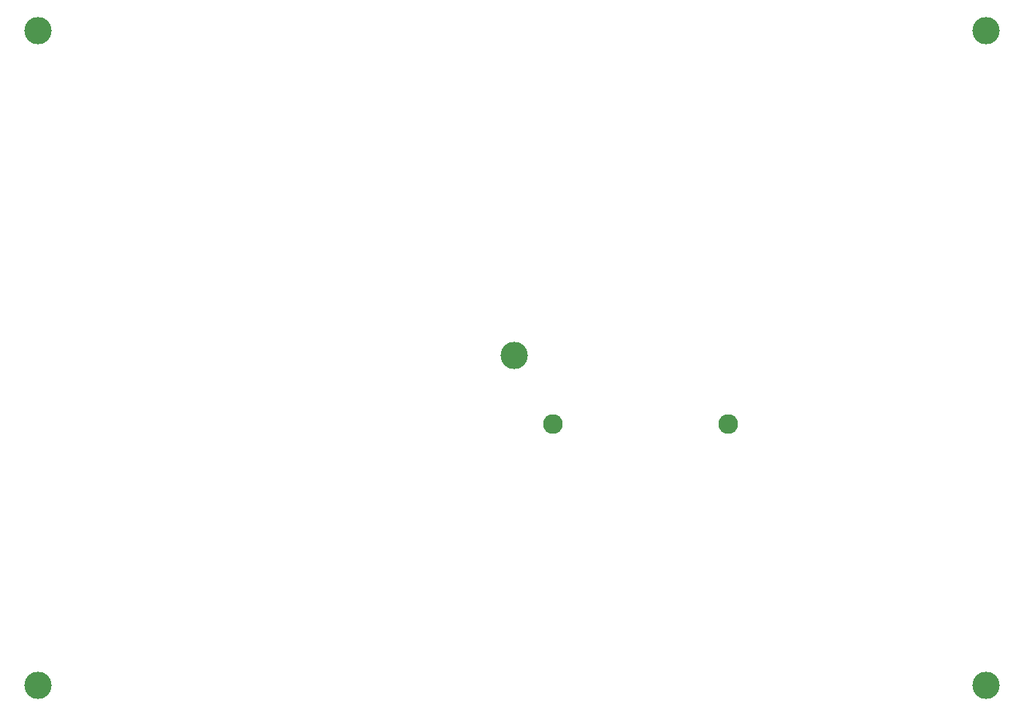
<source format=gbr>
%TF.GenerationSoftware,Novarm,DipTrace,3.3.1.1*%
%TF.CreationDate,2019-02-09T17:58:59-08:00*%
%FSLAX26Y26*%
%MOIN*%
%TF.FileFunction,NonPlated,1,2,NPTH,Drill*%
%TF.Part,Single*%
%TA.AperFunction,MechanicalDrill*%
%ADD65C,0.09*%
%ADD66C,0.125*%
G75*
G01*
D65*
X2897749Y1741499D3*
X3697749D3*
D66*
X549000Y3539000D3*
X2722751Y2056500D3*
X549000Y549000D3*
X4874000D3*
Y3539000D3*
M02*

</source>
